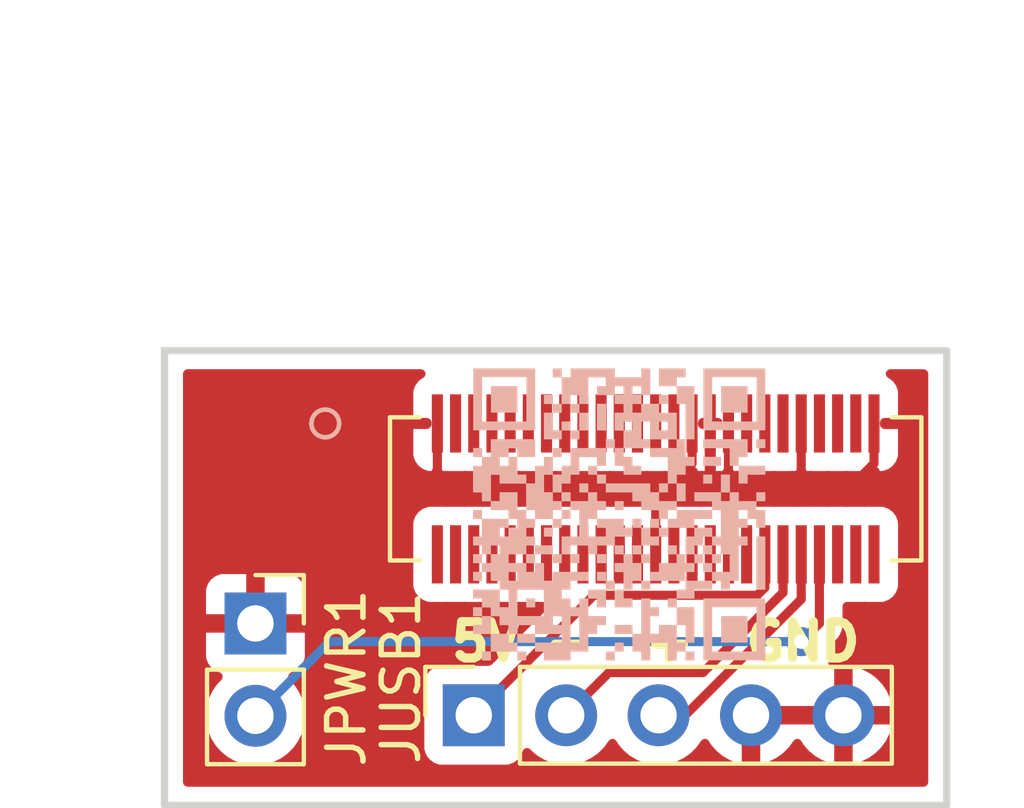
<source format=kicad_pcb>
(kicad_pcb (version 20211014) (generator pcbnew)
  (title_block (comment 4 "AISLER Project ID: LTFLLIPQ"))
  (layers (0 "F.Cu" signal) (31 "B.Cu" signal) (34 "B.Paste" user) (35 "F.Paste" user) (36 "B.SilkS" user "B.Silkscreen") (37 "F.SilkS" user "F.Silkscreen") (38 "B.Mask" user) (39 "F.Mask" user) (44 "Edge.Cuts" user))
  (net 0 "")
  (net 23 "Net-(JPWR1-Pad2)")
  (net 24 "Net-(JUSB1-Pad3)")
  (net 25 "Net-(JUSB1-Pad2)")
  (net 26 "Net-(JUSB1-Pad1)")
  (net 44 "GND")
  (footprint "Connector_PinSocket_2.54mm:PinSocket_1x02_P2.54mm_Vertical" (layer "F.Cu") (at 75.5 52)
    (fp_text reference "JPWR1" (at 2.5 1.5 90) (layer "F.SilkS"))
    (fp_text value "Conn_01x02" hide)
    (fp_line (start 0 -1.33) (end 1.33 -1.33) (layer "F.SilkS") (width 0.12))
    (fp_line (start 1.33 1.27) (end 1.33 3.87) (layer "F.SilkS") (width 0.12))
    (fp_line (start 1.33 -1.33) (end 1.33 0) (layer "F.SilkS") (width 0.12))
    (fp_line (start -1.33 1.27) (end 1.33 1.27) (layer "F.SilkS") (width 0.12))
    (fp_line (start -1.33 1.27) (end -1.33 3.87) (layer "F.SilkS") (width 0.12))
    (fp_line (start -1.33 3.87) (end 1.33 3.87) (layer "F.SilkS") (width 0.12))
    (pad "1" thru_hole rect (at 0 0) (size 1.7 1.7) (drill 1) (layers *.Cu *.Mask) (net 44 "GND"))
    (pad "2" thru_hole oval (at 0 2.54) (size 1.7 1.7) (drill 1) (layers *.Cu *.Mask) (net 23 "Net-(JPWR1-Pad2)"))
  )
  (footprint "Connector_PinSocket_2.54mm:PinSocket_1x05_P2.54mm_Vertical" (layer "F.Cu") (at 81.5 54.525 90)
    (fp_text reference "JUSB1" (at 1.025 -2 90) (layer "F.SilkS"))
    (fp_text value "Conn_01x05" hide)
    (fp_line (start -1.33 1.27) (end 1.33 1.27) (layer "F.SilkS") (width 0.12))
    (fp_line (start 1.33 1.27) (end 1.33 11.49) (layer "F.SilkS") (width 0.12))
    (fp_line (start -1.33 1.27) (end -1.33 11.49) (layer "F.SilkS") (width 0.12))
    (fp_line (start 1.33 -1.33) (end 1.33 0) (layer "F.SilkS") (width 0.12))
    (fp_line (start 0 -1.33) (end 1.33 -1.33) (layer "F.SilkS") (width 0.12))
    (fp_line (start -1.33 11.49) (end 1.33 11.49) (layer "F.SilkS") (width 0.12))
    (pad "1" thru_hole rect (at 0 0 90) (size 1.7 1.7) (drill 1) (layers *.Cu *.Mask) (net 26 "Net-(JUSB1-Pad1)"))
    (pad "2" thru_hole oval (at 0 2.54 90) (size 1.7 1.7) (drill 1) (layers *.Cu *.Mask) (net 25 "Net-(JUSB1-Pad2)"))
    (pad "3" thru_hole oval (at 0 5.08 90) (size 1.7 1.7) (drill 1) (layers *.Cu *.Mask) (net 24 "Net-(JUSB1-Pad3)"))
    (pad "4" thru_hole oval (at 0 7.62 90) (size 1.7 1.7) (drill 1) (layers *.Cu *.Mask) (net 44 "GND"))
    (pad "5" thru_hole oval (at 0 10.16 90) (size 1.7 1.7) (drill 1) (layers *.Cu *.Mask) (net 44 "GND"))
  )
  (footprint "footprints:10156001-051100LF" (layer "F.Cu") (at 80.5 46.5)
    (fp_text reference "U1" hide)
    (fp_text value "10156001-051100LF" hide)
    (fp_circle (center -3.080499 0) (end -2.699499 0) (layer "B.SilkS") (width 0.12) (fill none))
    (fp_line (start 12.485142 3.7685) (end 13.302501 3.7685) (layer "F.SilkS") (width 0.12))
    (fp_line (start 13.302501 -0.1685) (end 12.485142 -0.1685) (layer "F.SilkS") (width 0.12))
    (fp_line (start -1.302499 -0.1685) (end -1.302499 3.7685) (layer "F.SilkS") (width 0.12))
    (fp_line (start -1.302499 3.7685) (end -0.48514 3.7685) (layer "F.SilkS") (width 0.12))
    (fp_line (start 13.302501 3.7685) (end 13.302501 -0.1685) (layer "F.SilkS") (width 0.12))
    (fp_line (start -0.48514 -0.1685) (end -1.302499 -0.1685) (layer "F.SilkS") (width 0.12))
    (fp_circle (center -3.080499 0) (end -2.699499 0) (layer "F.SilkS") (width 0.12) (fill none))
    (pad "1" smd rect locked (at 0 0.000001) (size 0.3048 1.6002) (layers "F.Cu" "F.Paste" "F.Mask") (net 44 "GND"))
    (pad "2" smd rect locked (at 0.500002 0.000001) (size 0.3048 1.6002) (layers "F.Cu" "F.Paste" "F.Mask"))
    (pad "3" smd rect locked (at 1.000001 0.000001) (size 0.3048 1.6002) (layers "F.Cu" "F.Paste" "F.Mask"))
    (pad "4" smd rect locked (at 1.5 0.000001) (size 0.3048 1.6002) (layers "F.Cu" "F.Paste" "F.Mask"))
    (pad "5" smd rect locked (at 2.000001 0.000001) (size 0.3048 1.6002) (layers "F.Cu" "F.Paste" "F.Mask"))
    (pad "6" smd rect locked (at 2.5 0.000001) (size 0.3048 1.6002) (layers "F.Cu" "F.Paste" "F.Mask"))
    (pad "7" smd rect locked (at 3.000002 0.000001) (size 0.3048 1.6002) (layers "F.Cu" "F.Paste" "F.Mask"))
    (pad "8" smd rect locked (at 3.500001 0.000001) (size 0.3048 1.6002) (layers "F.Cu" "F.Paste" "F.Mask"))
    (pad "9" smd rect locked (at 4 0.000001) (size 0.3048 1.6002) (layers "F.Cu" "F.Paste" "F.Mask"))
    (pad "10" smd rect locked (at 4.500001 0.000001) (size 0.3048 1.6002) (layers "F.Cu" "F.Paste" "F.Mask"))
    (pad "11" smd rect locked (at 5 0.000001) (size 0.3048 1.6002) (layers "F.Cu" "F.Paste" "F.Mask"))
    (pad "12" smd rect locked (at 5.500002 0.000001) (size 0.3048 1.6002) (layers "F.Cu" "F.Paste" "F.Mask"))
    (pad "13" smd rect locked (at 6.000001 0.000001) (size 0.3048 1.6002) (layers "F.Cu" "F.Paste" "F.Mask"))
    (pad "14" smd rect locked (at 6.5 0.000001) (size 0.3048 1.6002) (layers "F.Cu" "F.Paste" "F.Mask"))
    (pad "15" smd rect locked (at 7.000001 0.000001) (size 0.3048 1.6002) (layers "F.Cu" "F.Paste" "F.Mask") (net 44 "GND"))
    (pad "16" smd rect locked (at 7.5 0.000001) (size 0.3048 1.6002) (layers "F.Cu" "F.Paste" "F.Mask") (net 44 "GND"))
    (pad "17" smd rect locked (at 8.000002 0.000001) (size 0.3048 1.6002) (layers "F.Cu" "F.Paste" "F.Mask") (net 44 "GND"))
    (pad "18" smd rect locked (at 8.500001 0.000001) (size 0.3048 1.6002) (layers "F.Cu" "F.Paste" "F.Mask"))
    (pad "19" smd rect locked (at 9 0.000001) (size 0.3048 1.6002) (layers "F.Cu" "F.Paste" "F.Mask"))
    (pad "20" smd rect locked (at 9.500001 0.000001) (size 0.3048 1.6002) (layers "F.Cu" "F.Paste" "F.Mask"))
    (pad "21" smd rect locked (at 10 0.000001) (size 0.3048 1.6002) (layers "F.Cu" "F.Paste" "F.Mask") (net 44 "GND"))
    (pad "22" smd rect locked (at 10.500002 0.000001) (size 0.3048 1.6002) (layers "F.Cu" "F.Paste" "F.Mask"))
    (pad "23" smd rect locked (at 11.000001 0.000001) (size 0.3048 1.6002) (layers "F.Cu" "F.Paste" "F.Mask"))
    (pad "24" smd rect locked (at 11.5 0.000001) (size 0.3048 1.6002) (layers "F.Cu" "F.Paste" "F.Mask"))
    (pad "25" smd rect locked (at 12.000002 0.000001) (size 0.3048 1.6002) (layers "F.Cu" "F.Paste" "F.Mask") (net 44 "GND"))
    (pad "26" smd rect locked (at 12.000002 3.599999) (size 0.3048 1.6002) (layers "F.Cu" "F.Paste" "F.Mask"))
    (pad "27" smd rect locked (at 11.5 3.599999) (size 0.3048 1.6002) (layers "F.Cu" "F.Paste" "F.Mask"))
    (pad "28" smd rect locked (at 11.000001 3.599999) (size 0.3048 1.6002) (layers "F.Cu" "F.Paste" "F.Mask"))
    (pad "29" smd rect locked (at 10.500002 3.599999) (size 0.3048 1.6002) (layers "F.Cu" "F.Paste" "F.Mask") (net 23 "Net-(JPWR1-Pad2)"))
    (pad "30" smd rect locked (at 10 3.599999) (size 0.3048 1.6002) (layers "F.Cu" "F.Paste" "F.Mask") (net 24 "Net-(JUSB1-Pad3)"))
    (pad "31" smd rect locked (at 9.500001 3.599999) (size 0.3048 1.6002) (layers "F.Cu" "F.Paste" "F.Mask") (net 25 "Net-(JUSB1-Pad2)"))
    (pad "32" smd rect locked (at 9 3.599999) (size 0.3048 1.6002) (layers "F.Cu" "F.Paste" "F.Mask") (net 26 "Net-(JUSB1-Pad1)"))
    (pad "33" smd rect locked (at 8.500001 3.599999) (size 0.3048 1.6002) (layers "F.Cu" "F.Paste" "F.Mask"))
    (pad "34" smd rect locked (at 8.000002 3.599999) (size 0.3048 1.6002) (layers "F.Cu" "F.Paste" "F.Mask"))
    (pad "35" smd rect locked (at 7.5 3.599999) (size 0.3048 1.6002) (layers "F.Cu" "F.Paste" "F.Mask"))
    (pad "36" smd rect locked (at 7.000001 3.599999) (size 0.3048 1.6002) (layers "F.Cu" "F.Paste" "F.Mask"))
    (pad "37" smd rect locked (at 6.5 3.599999) (size 0.3048 1.6002) (layers "F.Cu" "F.Paste" "F.Mask"))
    (pad "38" smd rect locked (at 6.000001 3.599999) (size 0.3048 1.6002) (layers "F.Cu" "F.Paste" "F.Mask") (net 44 "GND"))
    (pad "39" smd rect locked (at 5.500002 3.599999) (size 0.3048 1.6002) (layers "F.Cu" "F.Paste" "F.Mask"))
    (pad "40" smd rect locked (at 5 3.599999) (size 0.3048 1.6002) (layers "F.Cu" "F.Paste" "F.Mask"))
    (pad "41" smd rect locked (at 4.500001 3.599999) (size 0.3048 1.6002) (layers "F.Cu" "F.Paste" "F.Mask"))
    (pad "42" smd rect locked (at 4 3.599999) (size 0.3048 1.6002) (layers "F.Cu" "F.Paste" "F.Mask"))
    (pad "43" smd rect locked (at 3.500001 3.599999) (size 0.3048 1.6002) (layers "F.Cu" "F.Paste" "F.Mask"))
    (pad "44" smd rect locked (at 3.000002 3.599999) (size 0.3048 1.6002) (layers "F.Cu" "F.Paste" "F.Mask"))
    (pad "45" smd rect locked (at 2.5 3.599999) (size 0.3048 1.6002) (layers "F.Cu" "F.Paste" "F.Mask"))
    (pad "46" smd rect locked (at 2.000001 3.599999) (size 0.3048 1.6002) (layers "F.Cu" "F.Paste" "F.Mask"))
    (pad "47" smd rect locked (at 1.5 3.599999) (size 0.3048 1.6002) (layers "F.Cu" "F.Paste" "F.Mask"))
    (pad "48" smd rect locked (at 1.000001 3.599999) (size 0.3048 1.6002) (layers "F.Cu" "F.Paste" "F.Mask"))
    (pad "49" smd rect locked (at 0.500002 3.599999) (size 0.3048 1.6002) (layers "F.Cu" "F.Paste" "F.Mask"))
    (pad "50" smd rect locked (at 0 3.599999) (size 0.3048 1.6002) (layers "F.Cu" "F.Paste" "F.Mask"))
  )
  (footprint "LOGO" (layer "B.Cu") (at 85.5 49 180)
    (fp_text reference "G***" hide)
    (fp_text value "LOGO" hide)
    (fp_poly (pts (xy -3.765403 1.819354) (xy -4.013727 1.819354) (xy -4.013727 2.067678) (xy -3.765403 2.067678)) (layer "B.SilkS") (width 0) (fill solid))
    (fp_poly (pts (xy 0.613346 2.919074) (xy 0.613389 2.875694) (xy 0.613426 2.825989) (xy 0.613456 2.773773) (xy 0.613476 2.722857) (xy 0.613484 2.677053) (xy 0.613485 2.67075) (xy 0.613478 2.626319) (xy 0.61346 2.576433) (xy 0.613431 2.524833) (xy 0.613395 2.475261) (xy 0.613354 2.431458) (xy 0.613346 2.42496) (xy 0.613208 2.305866) (xy 0.364884 2.305866) (xy 0.364884 3.040702) (xy 0.613208 3.040702)) (layer "B.SilkS") (width 0) (fill solid))
    (fp_poly (pts (xy -2.310934 2.310934) (xy -4.013727 2.310934) (xy -4.013727 2.55419) (xy -3.770471 2.55419) (xy -2.55419 2.55419) (xy -2.55419 3.770471) (xy -3.770471 3.770471) (xy -3.770471 2.55419) (xy -4.013727 2.55419) (xy -4.013727 4.013727) (xy -2.310934 4.013727)) (layer "B.SilkS") (width 0) (fill solid))
    (fp_poly (pts (xy -2.305866 1.332841) (xy -2.422012 1.332841) (xy -2.455592 1.332786) (xy -2.485958 1.332632) (xy -2.511581 1.332394) (xy -2.530931 1.33209) (xy -2.54248 1.331736) (xy -2.544907 1.331534) (xy -2.551686 1.331225) (xy -2.567119 1.331056) (xy -2.589726 1.331026) (xy -2.618028 1.331133) (xy -2.650543 1.331378) (xy -2.674551 1.331624) (xy -2.797446 1.333021) (xy -2.797446 1.581165) (xy -2.305866 1.581165)) (layer "B.SilkS") (width 0) (fill solid))
    (fp_poly (pts (xy -3.76531 -0.729768) (xy -3.765297 -0.752721) (xy -3.765284 -0.784873) (xy -3.765272 -0.825291) (xy -3.765261 -0.873037) (xy -3.76525 -0.927178) (xy -3.765241 -0.986777) (xy -3.765233 -1.0509) (xy -3.765227 -1.11861) (xy -3.765222 -1.188972) (xy -3.765219 -1.261051) (xy -3.765218 -1.333912) (xy -3.765218 -1.342977) (xy -3.765219 -1.415798) (xy -3.765222 -1.487904) (xy -3.765226 -1.558366) (xy -3.765232 -1.626252) (xy -3.76524 -1.690634) (xy -3.765249 -1.750581) (xy -3.765259 -1.805163) (xy -3.76527 -1.853451) (xy -3.765282 -1.894515) (xy -3.765295 -1.927425) (xy -3.765309 -1.951251) (xy -3.76531 -1.953651) (xy -3.765403 -2.072745) (xy -4.013727 -2.072745) (xy -4.013727 -0.60814) (xy -3.765403 -0.60814)) (layer "B.SilkS") (width 0) (fill solid))
    (fp_poly (pts (xy -2.310934 -4.013727) (xy -4.013727 -4.013727) (xy -4.013727 -3.770471) (xy -3.770471 -3.770471) (xy -2.55419 -3.770471) (xy -2.55419 -2.55419) (xy -3.770471 -2.55419) (xy -3.770471 -3.770471) (xy -4.013727 -3.770471) (xy -4.013727 -2.310934) (xy -2.310934 -2.310934)) (layer "B.SilkS") (width 0) (fill solid))
    (fp_poly (pts (xy 2.559258 -2.559258) (xy 2.310934 -2.559258) (xy 2.310934 -2.310934) (xy 2.559258 -2.310934)) (layer "B.SilkS") (width 0) (fill solid))
    (fp_poly (pts (xy -2.305866 0.846329) (xy -2.55419 0.846329) (xy -2.55419 1.094653) (xy -2.305866 1.094653)) (layer "B.SilkS") (width 0) (fill solid))
    (fp_poly (pts (xy -2.797446 -3.527215) (xy -3.527215 -3.527215) (xy -3.527215 -2.797446) (xy -2.797446 -2.797446)) (layer "B.SilkS") (width 0) (fill solid))
    (fp_poly (pts (xy 4.013727 2.310934) (xy 2.310934 2.310934) (xy 2.310934 2.55419) (xy 2.55419 2.55419) (xy 3.770471 2.55419) (xy 3.770471 3.770471) (xy 2.55419 3.770471) (xy 2.55419 2.55419) (xy 2.310934 2.55419) (xy 2.310934 4.013727) (xy 4.013727 4.013727)) (layer "B.SilkS") (width 0) (fill solid))
    (fp_poly (pts (xy 0.126696 -3.770471) (xy 0.369952 -3.770471) (xy 0.369952 -4.018795) (xy 0.121628 -4.018795) (xy 0.121628 -3.775539) (xy -0.121628 -3.775539) (xy -0.121628 -3.527215) (xy 0.126696 -3.527215)) (layer "B.SilkS") (width 0) (fill solid))
    (fp_poly (pts (xy -1.089335 3.890832) (xy -1.089257 3.832538) (xy -1.089259 3.776771) (xy -1.089337 3.724379) (xy -1.089485 3.676214) (xy -1.089699 3.633124) (xy -1.089973 3.59596) (xy -1.090302 3.565571) (xy -1.090682 3.542806) (xy -1.091106 3.528516) (xy -1.091548 3.523563) (xy -1.096754 3.523241) (xy -1.111103 3.522892) (xy -1.1336 3.522527) (xy -1.163253 3.522157) (xy -1.199067 3.521793) (xy -1.24005 3.521446) (xy -1.285208 3.521128) (xy -1.333293 3.520851) (xy -1.573564 3.519613) (xy -1.574622 3.397985) (xy -1.574965 3.353759) (xy -1.575283 3.303572) (xy -1.575557 3.251419) (xy -1.575766 3.201296) (xy -1.575887 3.157201) (xy -1.575889 3.156087) (xy -1.576097 3.035818) (xy -1.696459 3.034459) (xy -1.81682 3.033101) (xy -1.817995 2.550389) (xy -1.819171 2.067678) (xy -1.581165 2.067678) (xy -0.846269 2.067678) (xy -0.608141 2.067678) (xy -0.608141 2.310934) (xy -0.360003 2.310934) (xy -0.121628 2.310934) (xy -0.121628 2.549309) (xy -0.239455 2.547949) (xy -0.357283 2.546588) (xy -0.360003 2.310934) (xy -0.608141 2.310934) (xy -0.608141 2.549309) (xy -0.725968 2.547949) (xy -0.843795 2.546588) (xy -0.846269 2.067678) (xy -1.581165 2.067678) (xy -1.581165 2.310934) (xy -1.333028 2.310934) (xy -1.094653 2.310934) (xy -1.094653 2.549309) (xy -1.21248 2.547949) (xy -1.330307 2.546588) (xy -1.331668 2.428761) (xy -1.333028 2.310934) (xy -1.581165 2.310934) (xy -1.581165 2.797446) (xy -1.094653 2.797446) (xy -0.60326 2.797446) (xy -0.364884 2.797446) (xy -0.364884 3.035821) (xy -0.482712 3.034461) (xy -0.600539 3.033101) (xy -0.601899 2.915273) (xy -0.60326 2.797446) (xy -1.094653 2.797446) (xy -1.094653 3.035635) (xy -1.337909 3.035635) (xy -1.337909 3.283959) (xy -1.089585 3.283959) (xy -1.089585 3.040702) (xy -0.608141 3.040702) (xy -0.608141 3.278891) (xy -0.851397 3.278891) (xy -0.851397 3.283959) (xy -0.60326 3.283959) (xy -0.364884 3.283959) (xy -0.116747 3.283959) (xy 0.121628 3.283959) (xy 0.121628 3.522334) (xy 0.003801 3.520973) (xy -0.114026 3.519613) (xy -0.115387 3.401786) (xy -0.116747 3.283959) (xy -0.364884 3.283959) (xy -0.364884 3.522334) (xy -0.482712 3.520973) (xy -0.600539 3.519613) (xy -0.601899 3.401786) (xy -0.60326 3.283959) (xy -0.851397 3.283959) (xy -0.851397 4.013727) (xy -0.603073 4.013727) (xy -0.603073 3.770471) (xy 0.121628 3.770471) (xy 0.121628 4.013727) (xy 1.342977 4.013727) (xy 1.342977 3.770471) (xy 1.581165 3.770471) (xy 1.581165 4.013727) (xy 1.829489 4.013727) (xy 1.829489 3.765587) (xy 1.588767 3.762869) (xy 1.587571 3.401786) (xy 1.586375 3.040702) (xy 1.824421 3.040702) (xy 1.824421 3.283959) (xy 2.072745 3.283959) (xy 2.072745 3.035818) (xy 1.952384 3.034459) (xy 1.832023 3.033101) (xy 1.830663 2.915273) (xy 1.829302 2.797446) (xy 2.072745 2.797446) (xy 2.072918 2.674551) (xy 2.072993 2.606284) (xy 2.073028 2.53882) (xy 2.073025 2.472913) (xy 2.072986 2.409317) (xy 2.072913 2.348785) (xy 2.072808 2.292071) (xy 2.072673 2.23993) (xy 2.07251 2.193115) (xy 2.072322 2.15238) (xy 2.07211 2.118479) (xy 2.071876 2.092166) (xy 2.071623 2.074195) (xy 2.071352 2.065319) (xy 2.071245 2.064488) (xy 2.065872 2.064051) (xy 2.05125 2.06365) (xy 2.028265 2.06329) (xy 1.997806 2.062976) (xy 1.960758 2.062714) (xy 1.918008 2.062508) (xy 1.870443 2.062364) (xy 1.818949 2.062286) (xy 1.764414 2.062281) (xy 1.707725 2.062353) (xy 1.70406 2.06236) (xy 1.581165 2.06261) (xy 1.581165 2.306053) (xy 1.463338 2.304692) (xy 1.345511 2.303332) (xy 1.342793 2.06261) (xy 1.094653 2.06261) (xy 1.094653 2.305866) (xy 0.851397 2.305866) (xy 0.851397 2.310934) (xy 1.09978 2.310934) (xy 1.337909 2.310934) (xy 1.337909 2.55419) (xy 1.586233 2.55419) (xy 1.586233 2.310934) (xy 1.824421 2.310934) (xy 1.824421 2.792378) (xy 1.581165 2.792378) (xy 1.581165 3.035821) (xy 1.345511 3.033101) (xy 1.344152 2.912831) (xy 1.342794 2.792561) (xy 1.222524 2.791203) (xy 1.102255 2.789844) (xy 1.101017 2.550389) (xy 1.09978 2.310934) (xy 0.851397 2.310934) (xy 0.851397 2.797446) (xy 1.094653 2.797446) (xy 1.094653 3.035635) (xy 0.851397 3.035635) (xy 0.851397 3.040702) (xy 1.099534 3.040702) (xy 1.337909 3.040702) (xy 1.337909 3.279078) (xy 1.220082 3.277717) (xy 1.102255 3.276357) (xy 1.100894 3.15853) (xy 1.099534 3.040702) (xy 0.851397 3.040702) (xy 0.851397 3.765344) (xy 0.611941 3.764106) (xy 0.372486 3.762869) (xy 0.371126 3.645042) (xy 0.369765 3.527215) (xy 0.613208 3.527215) (xy 0.613208 3.278891) (xy 0.492847 3.278682) (xy 0.448945 3.278563) (xy 0.398906 3.278357) (xy 0.34673 3.278085) (xy 0.296416 3.277767) (xy 0.251962 3.277425) (xy 0.250858 3.277415) (xy 0.12923 3.276357) (xy 0.127871 3.156087) (xy 0.126513 3.035818) (xy 0.006243 3.034459) (xy -0.114026 3.033101) (xy -0.115387 2.915273) (xy -0.116747 2.797446) (xy 0.126351 2.797446) (xy 0.12779 2.674551) (xy 0.128168 2.629981) (xy 0.128358 2.579303) (xy 0.128362 2.526529) (xy 0.128179 2.475674) (xy 0.12781 2.43075) (xy 0.127788 2.428852) (xy 0.126346 2.306049) (xy 0.00616 2.30469) (xy -0.114026 2.303332) (xy -0.115264 2.063877) (xy -0.116501 1.824421) (xy 0.121628 1.824421) (xy 0.121628 2.067678) (xy 0.369952 2.067678) (xy 0.369952 1.824421) (xy 1.342977 1.824421) (xy 1.343227 1.701526) (xy 1.34328 1.657211) (xy 1.34328 1.607028) (xy 1.343231 1.554917) (xy 1.343136 1.504821) (xy 1.342999 1.460679) (xy 1.342989 1.45827) (xy 1.342501 1.337909) (xy 1.586233 1.337909) (xy 1.586233 1.094653) (xy 1.824421 1.094653) (xy 1.824421 1.576097) (xy 1.581165 1.576097) (xy 1.581165 1.824421) (xy 1.829489 1.824421) (xy 1.829489 1.581165) (xy 2.072745 1.581165) (xy 2.072745 1.337909) (xy 2.316002 1.337909) (xy 2.316252 1.215014) (xy 2.316305 1.170699) (xy 2.316305 1.120516) (xy 2.316256 1.068405) (xy 2.31616 1.018308) (xy 2.316023 0.974166) (xy 2.316014 0.971758) (xy 2.315526 0.851397) (xy 2.55419 0.851397) (xy 2.55419 1.094653) (xy 2.797446 1.094653) (xy 2.797446 1.337909) (xy 3.045583 1.337909) (xy 3.283958 1.337909) (xy 3.283958 1.576284) (xy 3.048304 1.573564) (xy 3.046944 1.455736) (xy 3.045583 1.337909) (xy 2.797446 1.337909) (xy 2.797446 1.576573) (xy 2.677085 1.576085) (xy 2.633433 1.575946) (xy 2.583586 1.575848) (xy 2.531485 1.575795) (xy 2.481072 1.575792) (xy 2.436287 1.575843) (xy 2.433829 1.575847) (xy 2.310934 1.576097) (xy 2.310934 1.581165) (xy 2.802327 1.581165) (xy 3.040702 1.581165) (xy 3.040702 1.81954) (xy 2.805048 1.81682) (xy 2.803687 1.698992) (xy 2.802327 1.581165) (xy 2.310934 1.581165) (xy 2.310934 2.067678) (xy 3.532282 2.067678) (xy 3.532532 1.944783) (xy 3.532586 1.900467) (xy 3.532586 1.850284) (xy 3.532537 1.798174) (xy 3.532441 1.748077) (xy 3.532304 1.703935) (xy 3.532295 1.701526) (xy 3.531807 1.581165) (xy 3.770471 1.581165) (xy 3.770471 1.824421) (xy 4.018795 1.824421) (xy 4.018795 1.576281) (xy 3.898434 1.574922) (xy 3.778073 1.573564) (xy 3.776712 1.455736) (xy 3.775352 1.337909) (xy 4.018795 1.337909) (xy 4.018933 1.216281) (xy 4.018975 1.1729) (xy 4.019012 1.123196) (xy 4.019042 1.07098) (xy 4.019062 1.020064) (xy 4.019071 0.974259) (xy 4.019071 0.967957) (xy 4.019065 0.923535) (xy 4.019046 0.873667) (xy 4.019018 0.822091) (xy 4.018982 0.772546) (xy 4.01894 0.728771) (xy 4.018933 0.722259) (xy 4.018795 0.603256) (xy 3.898434 0.601897) (xy 3.778073 0.600539) (xy 3.776714 0.480269) (xy 3.775356 0.36) (xy 3.655086 0.358641) (xy 3.534816 0.357283) (xy 3.533458 0.236921) (xy 3.532099 0.11656) (xy 3.41183 0.116352) (xy 3.367961 0.116233) (xy 3.317953 0.116027) (xy 3.265803 0.115755) (xy 3.215506 0.115437) (xy 3.171058 0.115095) (xy 3.169932 0.115085) (xy 3.048304 0.114026) (xy 3.046944 -0.003801) (xy 3.045583 -0.121628) (xy 3.770471 -0.121628) (xy 3.770471 0.121628) (xy 4.018795 0.121628) (xy 4.018795 -0.126512) (xy 3.778073 -0.12923) (xy 3.776835 -0.368685) (xy 3.775598 -0.60814) (xy 4.018795 -0.60814) (xy 4.018795 -0.856281) (xy 3.898434 -0.85764) (xy 3.778073 -0.858998) (xy 3.776712 -0.976826) (xy 3.775352 -1.094653) (xy 4.018795 -1.094653) (xy 4.018795 -1.342793) (xy 3.778073 -1.345511) (xy 3.776712 -1.463338) (xy 3.775352 -1.581165) (xy 4.018795 -1.581165) (xy 4.018795 -1.829489) (xy 3.770471 -1.829489) (xy 3.770471 -1.586046) (xy 3.652644 -1.587407) (xy 3.534816 -1.588767) (xy 3.533458 -1.709037) (xy 3.532099 -1.829306) (xy 3.41183 -1.830665) (xy 3.29156 -1.832023) (xy 3.2902 -1.94985) (xy 3.288839 -2.067677) (xy 4.018795 -2.067677) (xy 4.018795 -2.315818) (xy 3.898434 -2.317177) (xy 3.778073 -2.318535) (xy 3.776712 -2.436363) (xy 3.775352 -2.55419) (xy 4.018795 -2.55419) (xy 4.018795 -2.80233) (xy 3.778073 -2.805048) (xy 3.776712 -2.922875) (xy 3.775352 -3.040702) (xy 4.018795 -3.040702) (xy 4.018795 -3.289026) (xy 3.898434 -3.289235) (xy 3.854531 -3.289354) (xy 3.804493 -3.28956) (xy 3.752317 -3.289832) (xy 3.702002 -3.29015) (xy 3.657549 -3.290492) (xy 3.656444 -3.290502) (xy 3.534816 -3.29156) (xy 3.533579 -3.531015) (xy 3.532342 -3.770471) (xy 3.775539 -3.770471) (xy 3.775539 -4.018795) (xy 3.527215 -4.018795) (xy 3.527215 -3.775681) (xy 3.166131 -3.776877) (xy 2.805048 -3.778073) (xy 2.80233 -4.018795) (xy 2.55419 -4.018795) (xy 2.55419 -3.770471) (xy 2.797446 -3.770471) (xy 2.797446 -3.532342) (xy 2.557991 -3.533579) (xy 2.318535 -3.534816) (xy 2.315819 -3.775356) (xy 2.195549 -3.776714) (xy 2.075279 -3.778073) (xy 2.073921 -3.898434) (xy 2.072562 -4.018795) (xy 1.954826 -4.018929) (xy 1.912838 -4.019024) (xy 1.864419 -4.019211) (xy 1.813271 -4.019471) (xy 1.763098 -4.019784) (xy 1.717605 -4.020133) (xy 1.710395 -4.020196) (xy 1.66558 -4.020478) (xy 1.61495 -4.020599) (xy 1.562354 -4.020563) (xy 1.511638 -4.020373) (xy 1.466649 -4.020034) (xy 1.460804 -4.019972) (xy 1.337909 -4.018615) (xy 1.337909 -3.775063) (xy 1.217548 -3.775551) (xy 1.173896 -3.77569) (xy 1.124049 -3.775788) (xy 1.071948 -3.775841) (xy 1.021535 -3.775844) (xy 0.97675 -3.775793) (xy 0.974292 -3.775789) (xy 0.851397 -3.775539) (xy 0.851397 -3.527215) (xy 1.099863 -3.527215) (xy 1.337909 -3.527215) (xy 1.586046 -3.527215) (xy 2.310934 -3.527215) (xy 2.802327 -3.527215) (xy 3.040702 -3.527215) (xy 3.040702 -3.288839) (xy 2.922875 -3.2902) (xy 2.805048 -3.29156) (xy 2.803687 -3.409387) (xy 2.802327 -3.527215) (xy 2.310934 -3.527215) (xy 2.310934 -3.289168) (xy 1.94985 -3.290364) (xy 1.588767 -3.29156) (xy 1.587407 -3.409387) (xy 1.586046 -3.527215) (xy 1.337909 -3.527215) (xy 1.337909 -3.283958) (xy 2.315815 -3.283958) (xy 2.797446 -3.283958) (xy 3.045583 -3.283958) (xy 3.527215 -3.283958) (xy 3.527215 -2.802327) (xy 3.409387 -2.803687) (xy 3.29156 -2.805048) (xy 3.290202 -2.925317) (xy 3.288843 -3.045587) (xy 3.168574 -3.046946) (xy 3.048304 -3.048304) (xy 3.046944 -3.166131) (xy 3.045583 -3.283958) (xy 2.797446 -3.283958) (xy 2.797446 -3.04583) (xy 2.557991 -3.047067) (xy 2.318535 -3.048304) (xy 2.315815 -3.283958) (xy 1.337909 -3.283958) (xy 1.337909 -3.040702) (xy 1.586046 -3.040702) (xy 1.824421 -3.040702) (xy 1.824421 -2.802327) (xy 1.706594 -2.803687) (xy 1.588767 -2.805048) (xy 1.587407 -2.922875) (xy 1.586046 -3.040702) (xy 1.337909 -3.040702) (xy 1.337909 -2.802327) (xy 1.220082 -2.803687) (xy 1.102255 -2.805048) (xy 1.101059 -3.166131) (xy 1.099863 -3.527215) (xy 0.851397 -3.527215) (xy 0.851397 -3.289026) (xy 0.60814 -3.289026) (xy 0.60814 -3.04577) (xy 0.364884 -3.04577) (xy 0.364884 -2.797446) (xy 0.851397 -2.797446) (xy 2.072887 -2.797446) (xy 2.797446 -2.797446) (xy 3.532096 -2.797446) (xy 3.770471 -2.797446) (xy 3.770471 -2.559071) (xy 3.652644 -2.560431) (xy 3.534816 -2.561792) (xy 3.532096 -2.797446) (xy 2.797446 -2.797446) (xy 2.797446 -2.55419) (xy 3.04583 -2.55419) (xy 3.283958 -2.55419) (xy 3.283958 -2.072559) (xy 3.048304 -2.075279) (xy 3.047067 -2.314735) (xy 3.04583 -2.55419) (xy 2.797446 -2.55419) (xy 2.797446 -2.072887) (xy 2.436363 -2.074083) (xy 2.075279 -2.075279) (xy 2.074083 -2.436363) (xy 2.072887 -2.797446) (xy 0.851397 -2.797446) (xy 0.851397 -2.315815) (xy 0.733569 -2.317175) (xy 0.615742 -2.318535) (xy 0.614383 -2.438897) (xy 0.613025 -2.559258) (xy 0.364884 -2.559258) (xy 0.364884 -2.072559) (xy 0.12923 -2.075279) (xy 0.127992 -2.31555) (xy 0.127713 -2.363875) (xy 0.127395 -2.409014) (xy 0.127048 -2.449973) (xy 0.126684 -2.485759) (xy 0.126314 -2.515377) (xy 0.125949 -2.537835) (xy 0.1256 -2.552139) (xy 0.12528 -2.557295) (xy 0.119873 -2.557757) (xy 0.105181 -2.558179) (xy 0.082052 -2.558557) (xy 0.051337 -2.558883) (xy 0.013885 -2.559155) (xy -0.029453 -2.559366) (xy -0.077829 -2.559511) (xy -0.130392 -2.559586) (xy -0.186292 -2.559584) (xy -0.241989 -2.559508) (xy -0.364884 -2.559258) (xy -0.364884 -2.310934) (xy -0.121628 -2.310934) (xy -0.121628 -2.072745) (xy -0.364884 -2.072745) (xy -0.364884 -1.829302) (xy -0.482712 -1.830663) (xy -0.600539 -1.832023) (xy -0.601897 -1.952384) (xy -0.603256 -2.072745) (xy -0.851397 -2.072745) (xy -0.851397 -1.829672) (xy -1.334108 -1.830848) (xy -1.81682 -1.832023) (xy -1.81954 -2.067677) (xy -1.576097 -2.067677) (xy -1.576097 -2.310934) (xy -1.332841 -2.310934) (xy -1.332841 -2.559074) (xy -1.453202 -2.560433) (xy -1.573564 -2.561792) (xy -1.576038 -3.040702) (xy -1.089585 -3.040702) (xy -1.089585 -3.283958) (xy -0.851397 -3.283958) (xy -0.851397 -2.802514) (xy -1.094653 -2.802514) (xy -1.094653 -2.55419) (xy -0.851397 -2.55419) (xy -0.851397 -2.310934) (xy -0.603073 -2.310934) (xy -0.60293 -2.433829) (xy -0.602908 -2.460119) (xy -0.602891 -2.495341) (xy -0.602878 -2.538288) (xy -0.60287 -2.587757) (xy -0.602868 -2.642542) (xy -0.60287 -2.701438) (xy -0.602877 -2.76324) (xy -0.60289 -2.826744) (xy -0.602907 -2.890745) (xy -0.602917 -2.920341) (xy -0.603046 -3.283958) (xy -0.364884 -3.283958) (xy -0.364884 -3.040702) (xy 0.126696 -3.040702) (xy 0.126696 -3.289026) (xy 0.006335 -3.289235) (xy -0.037568 -3.289354) (xy -0.087606 -3.28956) (xy -0.139782 -3.289832) (xy -0.190097 -3.29015) (xy -0.23455 -3.290492) (xy -0.235655 -3.290502) (xy -0.357283 -3.29156) (xy -0.358341 -3.413188) (xy -0.358684 -3.457414) (xy -0.359002 -3.507601) (xy -0.359276 -3.559754) (xy -0.359485 -3.609877) (xy -0.359606 -3.653972) (xy -0.359608 -3.655086) (xy -0.359817 -3.775355) (xy -0.600539 -3.778073) (xy -0.601897 -3.898434) (xy -0.603256 -4.018795) (xy -0.851397 -4.018795) (xy -0.851397 -3.532342) (xy -1.330307 -3.534816) (xy -1.331366 -3.656444) (xy -1.331709 -3.70068) (xy -1.332027 -3.750886) (xy -1.332301 -3.803065) (xy -1.332509 -3.853216) (xy -1.332631 -3.897341) (xy -1.332633 -3.898434) (xy -1.332841 -4.018795) (xy -1.581165 -4.018795) (xy -1.581165 -3.775352) (xy -1.698992 -3.776712) (xy -1.81682 -3.778073) (xy -1.818178 -3.898434) (xy -1.819537 -4.018795) (xy -2.067678 -4.018795) (xy -2.067678 -3.770471) (xy -1.824421 -3.770471) (xy -1.824421 -3.532282) (xy -2.067678 -3.532282) (xy -2.067678 -3.527215) (xy -1.819294 -3.527215) (xy -1.581165 -3.527215) (xy -1.581165 -3.045583) (xy -1.698992 -3.046944) (xy -1.81682 -3.048304) (xy -1.818057 -3.287759) (xy -1.819294 -3.527215) (xy -2.067678 -3.527215) (xy -2.067678 -2.55419) (xy -1.581165 -2.55419) (xy -1.581165 -2.315526) (xy -1.701526 -2.316014) (xy -1.745179 -2.316153) (xy -1.795026 -2.316251) (xy -1.847126 -2.316304) (xy -1.897539 -2.316307) (xy -1.942325 -2.316256) (xy -1.944783 -2.316252) (xy -2.067678 -2.316002) (xy -2.067678 -2.07227) (xy -2.188039 -2.072758) (xy -2.231691 -2.072897) (xy -2.281538 -2.072995) (xy -2.333638 -2.073047) (xy -2.384052 -2.07305) (xy -2.428837 -2.073) (xy -2.431295 -2.072995) (xy -2.55419 -2.072745) (xy -2.55419 -1.829302) (xy -2.672017 -1.830663) (xy -2.789844 -1.832023) (xy -2.792562 -2.072745) (xy -3.040702 -2.072745) (xy -3.040702 -1.829489) (xy -3.283959 -1.829489) (xy -3.283959 -1.824421) (xy -2.549309 -1.824421) (xy -1.824421 -1.824421) (xy -1.824421 -1.586233) (xy -2.067678 -1.586233) (xy -2.067678 -1.34279) (xy -2.185505 -1.34415) (xy -2.303332 -1.345511) (xy -2.304691 -1.46578) (xy -2.306049 -1.58605) (xy -2.426319 -1.587408) (xy -2.546588 -1.588767) (xy -2.547949 -1.706594) (xy -2.549309 -1.824421) (xy -3.283959 -1.824421) (xy -3.283959 -1.581165) (xy -3.035575 -1.581165) (xy -2.55419 -1.581165) (xy -2.55419 -1.342977) (xy -2.797446 -1.342977) (xy -2.797446 -1.337909) (xy -2.549309 -1.337909) (xy -2.310934 -1.337909) (xy -2.062797 -1.337909) (xy -1.824421 -1.337909) (xy -1.824421 -1.099534) (xy -1.942249 -1.100894) (xy -2.060076 -1.102255) (xy -2.061436 -1.220082) (xy -2.062797 -1.337909) (xy -2.310934 -1.337909) (xy -2.310934 -1.099534) (xy -2.428761 -1.100894) (xy -2.546588 -1.102255) (xy -2.547949 -1.220082) (xy -2.549309 -1.337909) (xy -2.797446 -1.337909) (xy -2.797446 -1.099534) (xy -2.915273 -1.100894) (xy -3.033101 -1.102255) (xy -3.035575 -1.581165) (xy -3.283959 -1.581165) (xy -3.283959 -1.094653) (xy -2.792565 -1.094653) (xy -2.55419 -1.094653) (xy -2.306053 -1.094653) (xy -2.067678 -1.094653) (xy -2.067678 -0.856278) (xy -2.303332 -0.858998) (xy -2.304692 -0.976826) (xy -2.306053 -1.094653) (xy -2.55419 -1.094653) (xy -2.55419 -0.856278) (xy -2.789844 -0.858998) (xy -2.791205 -0.976826) (xy -2.792565 -1.094653) (xy -3.283959 -1.094653) (xy -3.283959 -0.856464) (xy -3.527215 -0.856464) (xy -3.527215 -0.851397) (xy -2.549309 -0.851397) (xy -2.310934 -0.851397) (xy -2.310934 -0.613021) (xy -2.428761 -0.614382) (xy -2.546588 -0.615742) (xy -2.547949 -0.733569) (xy -2.549309 -0.851397) (xy -3.527215 -0.851397) (xy -3.527215 -0.60814) (xy -3.283959 -0.60814) (xy -2.792236 -0.60814) (xy -2.55419 -0.60814) (xy -2.062797 -0.60814) (xy -1.819354 -0.60814) (xy -1.819104 -0.731035) (xy -1.81905 -0.775351) (xy -1.81905 -0.825534) (xy -1.819099 -0.877644) (xy -1.819195 -0.927741) (xy -1.819332 -0.971883) (xy -1.819341 -0.974292) (xy -1.819829 -1.094653) (xy -1.581165 -1.094653) (xy -1.581165 -0.851397) (xy -1.332841 -0.851397) (xy -1.332841 -1.099537) (xy -1.453202 -1.100896) (xy -1.573564 -1.102255) (xy -1.576284 -1.337909) (xy -1.089585 -1.337909) (xy -1.089585 -1.581165) (xy -0.846329 -1.581165) (xy -0.846329 -1.824421) (xy -0.608141 -1.824421) (xy -0.608141 -1.342977) (xy -0.851397 -1.342977) (xy -0.851397 -1.337909) (xy -0.60326 -1.337909) (xy -0.364884 -1.337909) (xy -0.116747 -1.337909) (xy 0.126696 -1.337909) (xy 0.126696 -1.58605) (xy 0.006335 -1.587408) (xy -0.114026 -1.588767) (xy -0.115264 -1.828222) (xy -0.116501 -2.067677) (xy 0.121628 -2.067677) (xy 0.121628 -1.824421) (xy 0.364884 -1.824421) (xy 0.364884 -1.581165) (xy 0.613208 -1.581165) (xy 0.613208 -1.829306) (xy 0.492847 -1.830664) (xy 0.372486 -1.832023) (xy 0.371126 -1.94985) (xy 0.369765 -2.067677) (xy 0.856464 -2.067677) (xy 0.856464 -2.310934) (xy 1.099721 -2.310934) (xy 1.099721 -2.55419) (xy 1.337909 -2.55419) (xy 1.337909 -2.310934) (xy 1.581165 -2.310934) (xy 1.581165 -2.072745) (xy 1.337909 -2.072745) (xy 1.337909 -1.829014) (xy 1.217548 -1.829501) (xy 1.173896 -1.829641) (xy 1.124049 -1.829739) (xy 1.071948 -1.829791) (xy 1.021535 -1.829794) (xy 0.97675 -1.829744) (xy 0.974292 -1.829739) (xy 0.851397 -1.829489) (xy 0.851397 -1.581165) (xy 1.829489 -1.581165) (xy 1.829489 -1.824421) (xy 2.067677 -1.824421) (xy 2.802327 -1.824421) (xy 3.040702 -1.824421) (xy 3.040702 -1.586046) (xy 2.922875 -1.587407) (xy 2.805048 -1.588767) (xy 2.803687 -1.706594) (xy 2.802327 -1.824421) (xy 2.067677 -1.824421) (xy 2.067677 -1.581165) (xy 2.315815 -1.581165) (xy 2.55419 -1.581165) (xy 2.55419 -1.34279) (xy 2.436363 -1.34415) (xy 2.318535 -1.345511) (xy 2.315815 -1.581165) (xy 2.067677 -1.581165) (xy 2.067677 -1.337909) (xy 2.310934 -1.337909) (xy 2.559071 -1.337909) (xy 3.040702 -1.337909) (xy 3.532096 -1.337909) (xy 3.770471 -1.337909) (xy 3.770471 -1.099534) (xy 3.652644 -1.100894) (xy 3.534816 -1.102255) (xy 3.532096 -1.337909) (xy 3.040702 -1.337909) (xy 3.040702 -1.09978) (xy 2.801247 -1.101017) (xy 2.561792 -1.102255) (xy 2.560431 -1.220082) (xy 2.559071 -1.337909) (xy 2.310934 -1.337909) (xy 2.310934 -1.09978) (xy 2.071478 -1.101017) (xy 1.832023 -1.102255) (xy 1.830664 -1.222616) (xy 1.829306 -1.342977) (xy 1.581165 -1.342977) (xy 1.581165 -1.099534) (xy 1.463338 -1.100894) (xy 1.345511 -1.102255) (xy 1.342793 -1.342977) (xy 1.094653 -1.342977) (xy 1.094653 -1.094653) (xy 1.337909 -1.094653) (xy 1.337909 -0.856524) (xy 1.098454 -0.857761) (xy 0.858998 -0.858998) (xy 0.85764 -0.979268) (xy 0.856281 -1.099538) (xy 0.736012 -1.100896) (xy 0.615742 -1.102255) (xy 0.614383 -1.222616) (xy 0.613025 -1.342977) (xy 0.364884 -1.342977) (xy 0.364884 -1.094653) (xy 0.60814 -1.094653) (xy 0.60814 -0.856524) (xy 0.12923 -0.858998) (xy 0.127871 -0.979268) (xy 0.126513 -1.099538) (xy 0.006243 -1.100896) (xy -0.114026 -1.102255) (xy -0.115387 -1.220082) (xy -0.116747 -1.337909) (xy -0.364884 -1.337909) (xy -0.364884 -1.099534) (xy -0.482712 -1.100894) (xy -0.600539 -1.102255) (xy -0.601899 -1.220082) (xy -0.60326 -1.337909) (xy -0.851397 -1.337909) (xy -0.851397 -1.094653) (xy -0.608141 -1.094653) (xy -0.608141 -0.855989) (xy -0.728502 -0.856477) (xy -0.772154 -0.856616) (xy -0.822001 -0.856714) (xy -0.874101 -0.856766) (xy -0.924515 -0.856769) (xy -0.9693 -0.856719) (xy -0.971758 -0.856714) (xy -1.094653 -0.856464) (xy -1.094653 -0.851397) (xy -0.603013 -0.851397) (xy -0.359817 -0.851397) (xy -0.359817 -1.094653) (xy -0.121628 -1.094653) (xy -0.121628 -0.851397) (xy 0.121628 -0.851397) (xy 0.121628 -0.612733) (xy 0.001267 -0.613221) (xy -0.042385 -0.61336) (xy -0.092232 -0.613458) (xy -0.144333 -0.61351) (xy -0.194746 -0.613513) (xy -0.239531 -0.613463) (xy -0.241989 -0.613458) (xy -0.364884 -0.613208) (xy -0.364884 -0.60814) (xy 0.369765 -0.60814) (xy 0.851397 -0.60814) (xy 1.099863 -0.60814) (xy 1.586233 -0.60814) (xy 1.586483 -0.731035) (xy 1.586536 -0.775351) (xy 1.586537 -0.825534) (xy 1.586487 -0.877644) (xy 1.586392 -0.927741) (xy 1.586255 -0.971883) (xy 1.586245 -0.974292) (xy 1.585758 -1.094653) (xy 1.824421 -1.094653) (xy 2.315815 -1.094653) (xy 2.55419 -1.094653) (xy 3.288839 -1.094653) (xy 3.527215 -1.094653) (xy 3.527215 -0.856278) (xy 3.409387 -0.857638) (xy 3.29156 -0.858998) (xy 3.2902 -0.976826) (xy 3.288839 -1.094653) (xy 2.55419 -1.094653) (xy 2.55419 -0.856278) (xy 2.436363 -0.857638) (xy 2.318535 -0.858998) (xy 2.317175 -0.976826) (xy 2.315815 -1.094653) (xy 1.824421 -1.094653) (xy 1.824421 -0.851397) (xy 2.310934 -0.851397) (xy 2.310934 -0.60814) (xy 2.55419 -0.60814) (xy 3.045583 -0.60814) (xy 3.283958 -0.60814) (xy 3.283958 -0.369765) (xy 3.166131 -0.371126) (xy 3.048304 -0.372486) (xy 3.046944 -0.490313) (xy 3.045583 -0.60814) (xy 2.55419 -0.60814) (xy 2.55419 -0.369952) (xy 2.310934 -0.369952) (xy 2.310934 -0.364884) (xy 2.802327 -0.364884) (xy 3.040702 -0.364884) (xy 3.040702 -0.126509) (xy 2.922875 -0.127869) (xy 2.805048 -0.12923) (xy 2.803687 -0.247057) (xy 2.802327 -0.364884) (xy 2.310934 -0.364884) (xy 2.310934 -0.126755) (xy 2.071478 -0.127993) (xy 1.832023 -0.12923) (xy 1.830663 -0.247057) (xy 1.829302 -0.364884) (xy 2.072745 -0.364884) (xy 2.072745 -0.613208) (xy 1.824421 -0.613208) (xy 1.824421 -0.369952) (xy 1.581165 -0.369952) (xy 1.581165 -0.126696) (xy 1.337909 -0.126696) (xy 1.337909 -0.121628) (xy 1.586046 -0.121628) (xy 1.824421 -0.121628) (xy 2.315815 -0.121628) (xy 2.55419 -0.121628) (xy 2.55419 0.116747) (xy 2.436363 0.115387) (xy 2.318535 0.114026) (xy 2.315815 -0.121628) (xy 1.824421 -0.121628) (xy 1.824421 0.116747) (xy 1.706594 0.115387) (xy 1.588767 0.114026) (xy 1.587407 -0.003801) (xy 1.586046 -0.121628) (xy 1.337909 -0.121628) (xy 1.337909 0.116747) (xy 1.220082 0.115387) (xy 1.102255 0.114026) (xy 1.099863 -0.60814) (xy 0.851397 -0.60814) (xy 0.851397 -0.126509) (xy 0.733569 -0.127869) (xy 0.615742 -0.12923) (xy 0.614384 -0.249499) (xy 0.613025 -0.369769) (xy 0.492756 -0.371127) (xy 0.372486 -0.372486) (xy 0.371126 -0.490313) (xy 0.369765 -0.60814) (xy -0.364884 -0.60814) (xy -0.364884 -0.369765) (xy -0.482712 -0.371126) (xy -0.600539 -0.372486) (xy -0.601776 -0.611941) (xy -0.603013 -0.851397) (xy -1.094653 -0.851397) (xy -1.094653 -0.613208) (xy -1.337909 -0.613208) (xy -1.337909 -0.60814) (xy -1.089772 -0.60814) (xy -0.851397 -0.60814) (xy -0.851397 -0.369765) (xy -0.969224 -0.371126) (xy -1.087051 -0.372486) (xy -1.088412 -0.490313) (xy -1.089772 -0.60814) (xy -1.337909 -0.60814) (xy -1.337909 -0.370094) (xy -1.698992 -0.37129) (xy -2.060076 -0.372486) (xy -2.061436 -0.490313) (xy -2.062797 -0.60814) (xy -2.55419 -0.60814) (xy -2.55419 -0.364884) (xy -2.067678 -0.364884) (xy -1.333028 -0.364884) (xy -1.094653 -0.364884) (xy -1.094653 -0.126509) (xy -1.21248 -0.127869) (xy -1.330307 -0.12923) (xy -1.331668 -0.247057) (xy -1.333028 -0.364884) (xy -2.067678 -0.364884) (xy -2.067678 -0.12622) (xy -2.188039 -0.126708) (xy -2.231691 -0.126848) (xy -2.281538 -0.126945) (xy -2.333638 -0.126998) (xy -2.384052 -0.127001) (xy -2.428837 -0.126951) (xy -2.431295 -0.126946) (xy -2.55419 -0.126696) (xy -2.55419 -0.121628) (xy -1.576284 -0.121628) (xy -1.337909 -0.121628) (xy -1.089772 -0.121628) (xy -0.846329 -0.121628) (xy -0.846329 -0.364884) (xy -0.608141 -0.364884) (xy -0.608141 -0.121628) (xy -0.359817 -0.121628) (xy -0.359817 -0.364884) (xy -0.121628 -0.364884) (xy -0.121628 -0.121628) (xy 0.60814 -0.121628) (xy 0.60814 0.11656) (xy 0.364884 0.11656) (xy 0.364884 0.121628) (xy 1.34279 0.121628) (xy 1.581165 0.121628) (xy 2.5594 0.121628) (xy 2.797446 0.121628) (xy 2.797446 0.608141) (xy 3.289026 0.608141) (xy 3.289026 0.364884) (xy 3.527215 0.364884) (xy 3.527215 1.089772) (xy 3.409387 1.088412) (xy 3.29156 1.087051) (xy 3.290202 0.96669) (xy 3.288843 0.846329) (xy 3.168573 0.846179) (xy 3.137667 0.846122) (xy 3.098368 0.846021) (xy 3.052418 0.845881) (xy 3.001561 0.845708) (xy 2.947539 0.845509) (xy 2.892094 0.845289) (xy 2.83697 0.845056) (xy 2.805048 0.844912) (xy 2.561792 0.843795) (xy 2.560596 0.482712) (xy 2.5594 0.121628) (xy 1.581165 0.121628) (xy 1.581165 0.360003) (xy 1.345511 0.357283) (xy 1.34415 0.239455) (xy 1.34279 0.121628) (xy 0.364884 0.121628) (xy 0.364884 0.364884) (xy 0.60814 0.364884) (xy 0.60814 0.608141) (xy 0.851397 0.608141) (xy 0.851397 0.851397) (xy 1.099721 0.851397) (xy 1.099721 0.603256) (xy 0.979359 0.601897) (xy 0.858998 0.600539) (xy 0.857638 0.482712) (xy 0.856278 0.364884) (xy 1.337909 0.364884) (xy 1.586046 0.364884) (xy 1.824421 0.364884) (xy 1.824421 0.60326) (xy 1.706594 0.601899) (xy 1.588767 0.600539) (xy 1.587407 0.482712) (xy 1.586046 0.364884) (xy 1.337909 0.364884) (xy 1.337909 0.608141) (xy 1.581165 0.608141) (xy 1.829549 0.608141) (xy 2.067677 0.608141) (xy 2.067677 1.089772) (xy 1.94985 1.088412) (xy 1.832023 1.087051) (xy 1.829549 0.608141) (xy 1.581165 0.608141) (xy 1.581165 0.846329) (xy 1.337909 0.846329) (xy 1.337909 1.089585) (xy 1.094653 1.089585) (xy 1.094653 1.576038) (xy 0.855197 1.574801) (xy 0.615742 1.573564) (xy 0.614382 1.455736) (xy 0.613021 1.337909) (xy 0.856464 1.337909) (xy 0.856464 1.089769) (xy 0.615742 1.087051) (xy 0.614384 0.966782) (xy 0.613025 0.846512) (xy 0.492756 0.845153) (xy 0.372486 0.843795) (xy 0.371127 0.723434) (xy 0.369769 0.603073) (xy 0.249499 0.602923) (xy 0.218593 0.602866) (xy 0.179294 0.602765) (xy 0.133344 0.602625) (xy 0.082487 0.602452) (xy 0.028465 0.602253) (xy -0.02698 0.602033) (xy -0.082105 0.601799) (xy -0.114026 0.601656) (xy -0.357283 0.600539) (xy -0.358641 0.480269) (xy -0.36 0.36) (xy -0.480269 0.358641) (xy -0.600539 0.357283) (xy -0.601897 0.236921) (xy -0.603256 0.11656) (xy -0.723526 0.116352) (xy -0.767394 0.116233) (xy -0.817402 0.116027) (xy -0.869552 0.115755) (xy -0.919849 0.115437) (xy -0.964297 0.115095) (xy -0.965423 0.115085) (xy -1.087051 0.114026) (xy -1.088412 -0.003801) (xy -1.089772 -0.121628) (xy -1.337909 -0.121628) (xy -1.337909 0.116747) (xy -1.455736 0.115387) (xy -1.573564 0.114026) (xy -1.576284 -0.121628) (xy -2.55419 -0.121628) (xy -2.55419 0.116747) (xy -2.672017 0.115387) (xy -2.789844 0.114026) (xy -2.792236 -0.60814) (xy -3.283959 -0.60814) (xy -3.283959 -0.369952) (xy -3.527215 -0.369952) (xy -3.527215 -0.126509) (xy -3.645042 -0.127869) (xy -3.762869 -0.12923) (xy -3.765587 -0.369952) (xy -4.013727 -0.369952) (xy -4.013727 -0.121628) (xy -3.522334 -0.121628) (xy -3.283959 -0.121628) (xy -3.283959 0.116747) (xy -3.401786 0.115387) (xy -3.519613 0.114026) (xy -3.520973 -0.003801) (xy -3.522334 -0.121628) (xy -4.013727 -0.121628) (xy -4.013727 0.121628) (xy -3.770471 0.121628) (xy -3.770471 0.359817) (xy -4.013727 0.359817) (xy -4.013727 0.608141) (xy -3.765403 0.608141) (xy -3.765403 0.364884) (xy -3.283959 0.364884) (xy -3.035821 0.364884) (xy -2.797446 0.364884) (xy -2.797446 0.60326) (xy -2.915273 0.601899) (xy -3.033101 0.600539) (xy -3.034461 0.482712) (xy -3.035821 0.364884) (xy -3.283959 0.364884) (xy -3.283959 0.608141) (xy -3.040702 0.608141) (xy -3.040702 1.094653) (xy -2.792378 1.094653) (xy -2.792128 0.971758) (xy -2.792075 0.927443) (xy -2.792075 0.877259) (xy -2.792124 0.825149) (xy -2.792219 0.775052) (xy -2.792356 0.73091) (xy -2.792366 0.728502) (xy -2.792854 0.608141) (xy -2.06261 0.608141) (xy -2.06261 0.359817) (xy -2.182971 0.359608) (xy -2.226873 0.359489) (xy -2.276912 0.359283) (xy -2.329088 0.359011) (xy -2.379402 0.358693) (xy -2.423856 0.358351) (xy -2.42496 0.358341) (xy -2.546588 0.357283) (xy -2.547949 0.239455) (xy -2.549309 0.121628) (xy -1.581165 0.121628) (xy -1.581165 0.359817) (xy -1.824421 0.359817) (xy -1.824421 0.364884) (xy -1.576038 0.364884) (xy -1.094653 0.364884) (xy -1.094653 0.603073) (xy -1.337909 0.603073) (xy -1.337909 0.846516) (xy -1.455736 0.845155) (xy -1.573564 0.843795) (xy -1.574801 0.60434) (xy -1.576038 0.364884) (xy -1.824421 0.364884) (xy -1.824421 0.851397) (xy -1.581165 0.851397) (xy -1.332699 0.851397) (xy -1.089585 0.851397) (xy -1.089585 0.608141) (xy -0.851397 0.608141) (xy -0.851397 0.851397) (xy 0.364884 0.851397) (xy 0.364884 1.094653) (xy 0.60814 1.094653) (xy 0.60814 1.332841) (xy 0.364884 1.332841) (xy 0.364884 1.81954) (xy 0.12923 1.81682) (xy 0.128171 1.695192) (xy 0.127829 1.650966) (xy 0.12751 1.600778) (xy 0.127236 1.548626) (xy 0.127028 1.498503) (xy 0.126906 1.454407) (xy 0.126904 1.453294) (xy 0.126696 1.333025) (xy -0.114026 1.330307) (xy -0.115385 1.210121) (xy -0.116743 1.089935) (xy -0.239547 1.088493) (xy -0.284093 1.088115) (xy -0.334759 1.087923) (xy -0.387532 1.087919) (xy -0.438399 1.0881) (xy -0.483346 1.088469) (xy -0.485245 1.088491) (xy -0.608141 1.08993) (xy -0.608141 1.337909) (xy -0.364884 1.337909) (xy -0.364884 1.581165) (xy -0.121628 1.581165) (xy -0.121628 1.819212) (xy -0.482712 1.818016) (xy -0.843795 1.81682) (xy -0.845154 1.696459) (xy -0.846512 1.576097) (xy -0.966782 1.575889) (xy -1.01065 1.57577) (xy -1.060658 1.575564) (xy -1.112808 1.575292) (xy -1.163106 1.574974) (xy -1.207553 1.574632) (xy -1.208679 1.574622) (xy -1.330307 1.573564) (xy -1.331503 1.21248) (xy -1.332699 0.851397) (xy -1.581165 0.851397) (xy -1.581165 1.089585) (xy -1.824421 1.089585) (xy -1.824421 1.332841) (xy -2.067678 1.332841) (xy -2.067678 1.581165) (xy -1.824421 1.581165) (xy -1.824421 1.824421) (xy -1.576284 1.824421) (xy -0.851397 1.824421) (xy -0.851397 2.062468) (xy -1.21248 2.061272) (xy -1.573564 2.060076) (xy -1.574924 1.942249) (xy -1.576284 1.824421) (xy -1.824421 1.824421) (xy -1.824421 2.06261) (xy -2.067678 2.06261) (xy -2.067678 3.527215) (xy -1.581165 3.527215) (xy -1.581165 3.765403) (xy -1.824421 3.765403) (xy -1.824421 4.013727) (xy -1.089585 4.013727)) (layer "B.SilkS") (width 0) (fill solid))
    (fp_poly (pts (xy 3.527215 2.797446) (xy 2.797446 2.797446) (xy 2.797446 3.527215) (xy 3.527215 3.527215)) (layer "B.SilkS") (width 0) (fill solid))
    (fp_poly (pts (xy 0.126696 0.11656) (xy -0.121628 0.11656) (xy -0.121628 0.364884) (xy 0.126696 0.364884)) (layer "B.SilkS") (width 0) (fill solid))
    (fp_poly (pts (xy -2.305866 1.819354) (xy -2.426227 1.819204) (xy -2.457154 1.819147) (xy -2.496474 1.819046) (xy -2.542443 1.818905) (xy -2.593317 1.818733) (xy -2.647353 1.818534) (xy -2.702809 1.818314) (xy -2.75794 1.81808) (xy -2.789844 1.817937) (xy -3.033101 1.81682) (xy -3.034159 1.695192) (xy -3.034502 1.650966) (xy -3.03482 1.600778) (xy -3.035094 1.548626) (xy -3.035303 1.498503) (xy -3.035424 1.454407) (xy -3.035426 1.453294) (xy -3.035635 1.333025) (xy -3.276357 1.330307) (xy -3.277415 1.208679) (xy -3.277758 1.164444) (xy -3.278077 1.114237) (xy -3.278351 1.062059) (xy -3.278559 1.011908) (xy -3.278681 0.967783) (xy -3.278682 0.96669) (xy -3.278891 0.846329) (xy -3.527215 0.846329) (xy -3.527215 1.09006) (xy -3.647576 1.089573) (xy -3.691228 1.089433) (xy -3.741075 1.089335) (xy -3.793176 1.089283) (xy -3.843589 1.08928) (xy -3.888374 1.08933) (xy -3.890832 1.089335) (xy -4.013727 1.089585) (xy -4.013727 1.337909) (xy -3.283959 1.337909) (xy -3.283959 1.576097) (xy -3.527215 1.576097) (xy -3.527215 2.067678) (xy -2.305866 2.067678)) (layer "B.SilkS") (width 0) (fill solid))
    (fp_poly (pts (xy -2.797446 2.797446) (xy -3.527215 2.797446) (xy -3.527215 3.527215) (xy -2.797446 3.527215)) (layer "B.SilkS") (width 0) (fill solid))
  )
  (gr_rect (start 94.5 57) (end 73 44.5) (layer "Edge.Cuts") (width 0.2) (fill none))
  (gr_text "5V -  +  GND" (at 86.5 52.5) (layer "F.SilkS") (effects (font (size 1 1) (thickness 0.25))))
  (segment (start 91.000002 50.499998) (end 91.000002 50.099999) (width 0.25) (layer "F.Cu") (net 23))
  (segment (start 90.5 52.5) (end 91 52) (width 0.25) (layer "F.Cu") (net 23))
  (segment (start 91 52) (end 91 50.5) (width 0.25) (layer "F.Cu") (net 23))
  (segment (start 91 50.5) (end 91.000002 50.499998) (width 0.25) (layer "F.Cu") (net 23))
  (via (at 90.5 52.5) (size 0.8) (drill 0.4) (layers "F.Cu" "B.Cu") (net 23))
  (segment (start 75.5 54.54) (end 77.54 52.5) (width 0.25) (layer "B.Cu") (net 23))
  (segment (start 77.54 52.5) (end 90.5 52.5) (width 0.25) (layer "B.Cu") (net 23))
  (segment (start 90.5 51.333978) (end 90.5 50.099999) (width 0.25) (layer "F.Cu") (net 24))
  (segment (start 87.308978 54.525) (end 90.5 51.333978) (width 0.25) (layer "F.Cu") (net 24))
  (segment (start 86.58 54.525) (end 87.308978 54.525) (width 0.25) (layer "F.Cu") (net 24))
  (segment (start 90.000001 51.150099) (end 90.000001 50.099999) (width 0.25) (layer "F.Cu") (net 25))
  (segment (start 87.799611 53.350489) (end 90.000001 51.150099) (width 0.25) (layer "F.Cu") (net 25))
  (segment (start 85.214511 53.350489) (end 87.799611 53.350489) (width 0.25) (layer "F.Cu") (net 25))
  (segment (start 84.04 54.525) (end 85.214511 53.350489) (width 0.25) (layer "F.Cu") (net 25))
  (segment (start 81.5 54.525) (end 84.80039 51.22461) (width 0.25) (layer "F.Cu") (net 26))
  (segment (start 84.80039 51.22461) (end 89.289786 51.22461) (width 0.25) (layer "F.Cu") (net 26))
  (segment (start 89.289786 51.22461) (end 89.5 51.014396) (width 0.25) (layer "F.Cu") (net 26))
  (segment (start 89.5 51.014396) (end 89.5 50.099999) (width 0.25) (layer "F.Cu") (net 26))
  (segment (start 86.5 48.5) (end 86.550762 48.550762) (width 0.25) (layer "F.Cu") (net 44))
  (segment (start 86.500001 50.099999) (end 86.500001 48.601522) (width 0.25) (layer "F.Cu") (net 44))
  (segment (start 91.550761 48.550762) (end 90.449238 48.550762) (width 0.25) (layer "F.Cu") (net 44))
  (segment (start 90.5 46.500001) (end 90.5 48.5) (width 0.25) (layer "F.Cu") (net 44))
  (segment (start 80.5 48) (end 81 48.5) (width 0.25) (layer "F.Cu") (net 44))
  (segment (start 88.500002 48.499998) (end 88.449238 48.550762) (width 0.25) (layer "F.Cu") (net 44))
  (segment (start 90.449238 48.550762) (end 88.050762 48.550762) (width 0.25) (layer "F.Cu") (net 44))
  (segment (start 90.5 48.5) (end 90.449238 48.550762) (width 0.25) (layer "F.Cu") (net 44))
  (segment (start 88.050762 48.550762) (end 86.550762 48.550762) (width 0.25) (layer "F.Cu") (net 44))
  (segment (start 86.500001 48.601522) (end 86.550762 48.550762) (width 0.25) (layer "F.Cu") (net 44))
  (segment (start 86.550762 48.550762) (end 87.500001 47.601522) (width 0.25) (layer "F.Cu") (net 44))
  (segment (start 80.5 46.500001) (end 80.5 48) (width 0.25) (layer "F.Cu") (net 44))
  (segment (start 88.449238 48.550762) (end 88.050762 48.550762) (width 0.25) (layer "F.Cu") (net 44))
  (segment (start 81 48.5) (end 86.5 48.5) (width 0.25) (layer "F.Cu") (net 44))
  (segment (start 88 48.5) (end 88.050762 48.550762) (width 0.25) (layer "F.Cu") (net 44))
  (segment (start 88 46.500001) (end 88 48.5) (width 0.25) (layer "F.Cu") (net 44))
  (segment (start 88.500002 46.500001) (end 88.500002 48.499998) (width 0.25) (layer "F.Cu") (net 44))
  (segment (start 87.500001 47.601522) (end 87.500001 46.500001) (width 0.25) (layer "F.Cu") (net 44))
  (segment (start 92.500002 47.601521) (end 91.550761 48.550762) (width 0.25) (layer "F.Cu") (net 44))
  (segment (start 92.500002 46.500001) (end 92.500002 47.601521) (width 0.25) (layer "F.Cu") (net 44))
  (zone (net 44) (net_name "GND") (layer "F.Cu") (connect_pads (clearance 0.508)) (min_thickness 0.254) (fill yes (thermal_gap 0.508) (thermal_bridge_width 0.508))
    (polygon (pts (xy 94.5 57) (xy 73 57) (xy 73 44.5) (xy 94.5 44.5)))
  )
)
</source>
